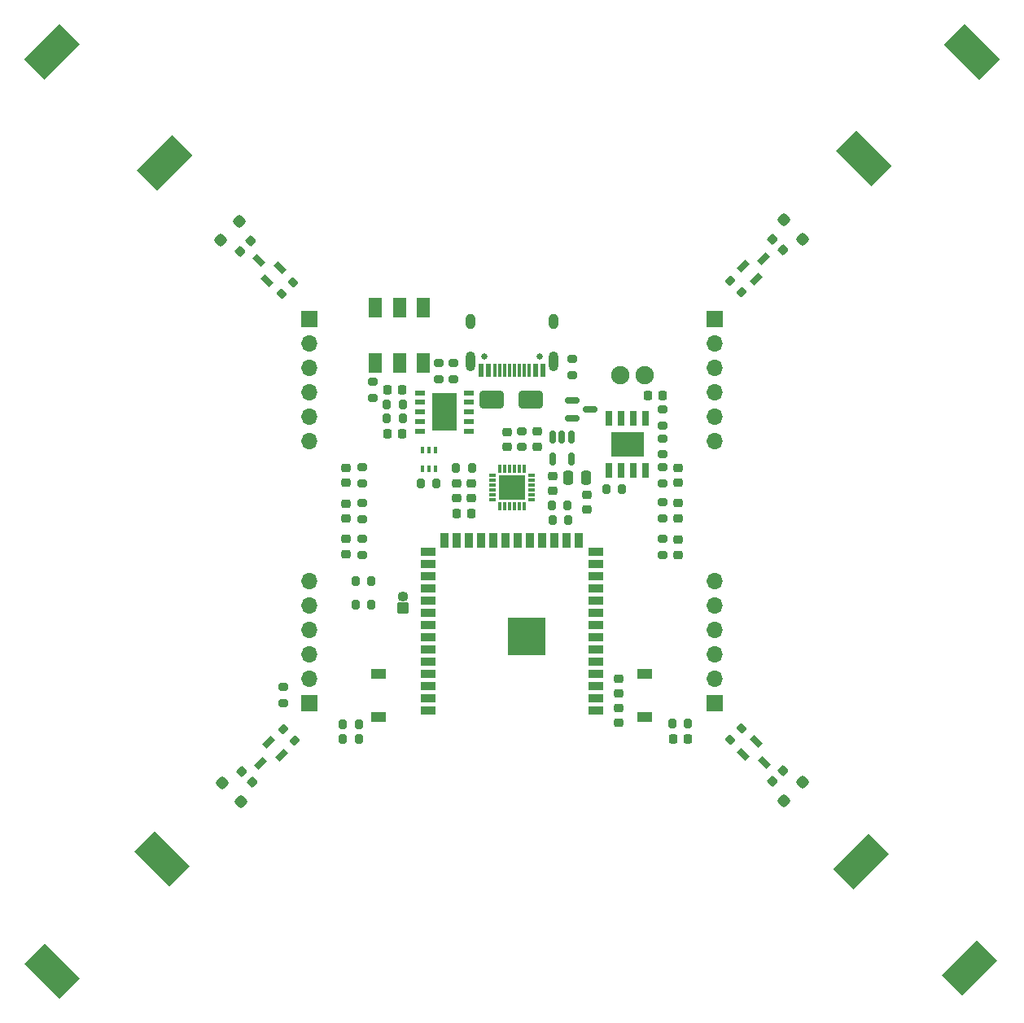
<source format=gts>
G04 #@! TF.GenerationSoftware,KiCad,Pcbnew,9.0.0*
G04 #@! TF.CreationDate,2025-03-11T12:59:44+05:30*
G04 #@! TF.ProjectId,LiteWingV2.5C,4c697465-5769-46e6-9756-322e35432e6b,rev?*
G04 #@! TF.SameCoordinates,Original*
G04 #@! TF.FileFunction,Soldermask,Top*
G04 #@! TF.FilePolarity,Negative*
%FSLAX46Y46*%
G04 Gerber Fmt 4.6, Leading zero omitted, Abs format (unit mm)*
G04 Created by KiCad (PCBNEW 9.0.0) date 2025-03-11 12:59:44*
%MOMM*%
%LPD*%
G01*
G04 APERTURE LIST*
G04 Aperture macros list*
%AMRoundRect*
0 Rectangle with rounded corners*
0 $1 Rounding radius*
0 $2 $3 $4 $5 $6 $7 $8 $9 X,Y pos of 4 corners*
0 Add a 4 corners polygon primitive as box body*
4,1,4,$2,$3,$4,$5,$6,$7,$8,$9,$2,$3,0*
0 Add four circle primitives for the rounded corners*
1,1,$1+$1,$2,$3*
1,1,$1+$1,$4,$5*
1,1,$1+$1,$6,$7*
1,1,$1+$1,$8,$9*
0 Add four rect primitives between the rounded corners*
20,1,$1+$1,$2,$3,$4,$5,0*
20,1,$1+$1,$4,$5,$6,$7,0*
20,1,$1+$1,$6,$7,$8,$9,0*
20,1,$1+$1,$8,$9,$2,$3,0*%
%AMRotRect*
0 Rectangle, with rotation*
0 The origin of the aperture is its center*
0 $1 length*
0 $2 width*
0 $3 Rotation angle, in degrees counterclockwise*
0 Add horizontal line*
21,1,$1,$2,0,0,$3*%
G04 Aperture macros list end*
%ADD10C,0.000000*%
%ADD11RoundRect,0.050800X0.500000X-0.500000X0.500000X0.500000X-0.500000X0.500000X-0.500000X-0.500000X0*%
%ADD12O,1.101600X1.101600*%
%ADD13RoundRect,0.218750X0.256250X-0.218750X0.256250X0.218750X-0.256250X0.218750X-0.256250X-0.218750X0*%
%ADD14RoundRect,0.200000X-0.200000X-0.275000X0.200000X-0.275000X0.200000X0.275000X-0.200000X0.275000X0*%
%ADD15RoundRect,0.225000X0.225000X0.250000X-0.225000X0.250000X-0.225000X-0.250000X0.225000X-0.250000X0*%
%ADD16RoundRect,0.200000X-0.275000X0.200000X-0.275000X-0.200000X0.275000X-0.200000X0.275000X0.200000X0*%
%ADD17R,1.600000X1.050000*%
%ADD18RoundRect,0.200000X0.275000X-0.200000X0.275000X0.200000X-0.275000X0.200000X-0.275000X-0.200000X0*%
%ADD19RoundRect,0.225000X-0.250000X0.225000X-0.250000X-0.225000X0.250000X-0.225000X0.250000X0.225000X0*%
%ADD20RoundRect,0.200000X0.200000X0.275000X-0.200000X0.275000X-0.200000X-0.275000X0.200000X-0.275000X0*%
%ADD21RotRect,0.600000X1.300000X135.000000*%
%ADD22RoundRect,0.218750X-0.256250X0.218750X-0.256250X-0.218750X0.256250X-0.218750X0.256250X0.218750X0*%
%ADD23RoundRect,0.200000X-0.335876X-0.053033X-0.053033X-0.335876X0.335876X0.053033X0.053033X0.335876X0*%
%ADD24RotRect,0.600000X1.300000X225.000000*%
%ADD25RoundRect,0.225000X-0.225000X-0.250000X0.225000X-0.250000X0.225000X0.250000X-0.225000X0.250000X0*%
%ADD26R,1.700000X1.700000*%
%ADD27O,1.700000X1.700000*%
%ADD28R,1.100000X0.510000*%
%ADD29R,2.500000X4.000000*%
%ADD30RoundRect,0.250000X1.000000X0.650000X-1.000000X0.650000X-1.000000X-0.650000X1.000000X-0.650000X0*%
%ADD31RoundRect,0.200000X0.053033X-0.335876X0.335876X-0.053033X-0.053033X0.335876X-0.335876X0.053033X0*%
%ADD32RoundRect,0.250000X0.000000X0.424264X-0.424264X0.000000X0.000000X-0.424264X0.424264X0.000000X0*%
%ADD33RoundRect,0.250000X0.424264X0.000000X0.000000X0.424264X-0.424264X0.000000X0.000000X-0.424264X0*%
%ADD34RoundRect,0.250000X-0.250000X-0.475000X0.250000X-0.475000X0.250000X0.475000X-0.250000X0.475000X0*%
%ADD35RoundRect,0.225000X0.250000X-0.225000X0.250000X0.225000X-0.250000X0.225000X-0.250000X-0.225000X0*%
%ADD36RoundRect,0.050800X-0.599950X-1.000000X0.599950X-1.000000X0.599950X1.000000X-0.599950X1.000000X0*%
%ADD37RotRect,0.600000X1.300000X315.000000*%
%ADD38RotRect,0.600000X1.300000X45.000000*%
%ADD39C,0.650000*%
%ADD40R,0.600000X1.450000*%
%ADD41R,0.300000X1.450000*%
%ADD42O,1.000000X2.100000*%
%ADD43O,1.000000X1.600000*%
%ADD44O,1.901600X1.901600*%
%ADD45R,1.500000X0.900000*%
%ADD46R,0.900000X1.500000*%
%ADD47C,0.600000*%
%ADD48R,3.900000X3.900000*%
%ADD49RoundRect,0.250000X-0.424264X0.000000X0.000000X-0.424264X0.424264X0.000000X0.000000X0.424264X0*%
%ADD50RoundRect,0.100000X0.100000X-0.225000X0.100000X0.225000X-0.100000X0.225000X-0.100000X-0.225000X0*%
%ADD51RoundRect,0.225000X-0.017678X0.335876X-0.335876X0.017678X0.017678X-0.335876X0.335876X-0.017678X0*%
%ADD52RoundRect,0.225000X-0.335876X-0.017678X-0.017678X-0.335876X0.335876X0.017678X0.017678X0.335876X0*%
%ADD53RoundRect,0.225000X0.335876X0.017678X0.017678X0.335876X-0.335876X-0.017678X-0.017678X-0.335876X0*%
%ADD54RoundRect,0.200000X0.335876X0.053033X0.053033X0.335876X-0.335876X-0.053033X-0.053033X-0.335876X0*%
%ADD55RoundRect,0.150000X-0.150000X0.512500X-0.150000X-0.512500X0.150000X-0.512500X0.150000X0.512500X0*%
%ADD56R,0.700000X1.525000*%
%ADD57R,3.402000X2.513000*%
%ADD58RoundRect,0.225000X0.017678X-0.335876X0.335876X-0.017678X-0.017678X0.335876X-0.335876X0.017678X0*%
%ADD59RoundRect,0.250000X0.000000X-0.424264X0.424264X0.000000X0.000000X0.424264X-0.424264X0.000000X0*%
%ADD60RoundRect,0.150000X-0.587500X-0.150000X0.587500X-0.150000X0.587500X0.150000X-0.587500X0.150000X0*%
%ADD61R,0.800000X0.350000*%
%ADD62R,0.350000X0.850000*%
%ADD63R,2.700000X2.600000*%
%ADD64RoundRect,0.200000X-0.053033X0.335876X-0.335876X0.053033X0.053033X-0.335876X0.335876X-0.053033X0*%
G04 APERTURE END LIST*
D10*
G36*
X198092424Y-47126930D02*
G01*
X195975334Y-49252910D01*
X192311384Y-45587690D01*
X194433554Y-43465520D01*
X198092424Y-47126930D01*
G37*
G36*
X114150375Y-57159872D02*
G01*
X110485155Y-60823822D01*
X108362985Y-58701652D01*
X112024395Y-55042782D01*
X114150375Y-57159872D01*
G37*
G36*
X186559827Y-129818544D02*
G01*
X182898417Y-133477414D01*
X180772437Y-131360324D01*
X184437657Y-127696374D01*
X186559827Y-129818544D01*
G37*
G36*
X113883361Y-131085859D02*
G01*
X111761191Y-133208029D01*
X108102321Y-129546619D01*
X110219411Y-127420639D01*
X113883361Y-131085859D01*
G37*
G36*
X102460604Y-142740848D02*
G01*
X100338434Y-144863018D01*
X96679564Y-141201608D01*
X98796654Y-139075628D01*
X102460604Y-142740848D01*
G37*
G36*
X197881356Y-140898650D02*
G01*
X194219946Y-144557520D01*
X192093966Y-142440430D01*
X195759186Y-138776480D01*
X197881356Y-140898650D01*
G37*
G36*
X186826529Y-58208385D02*
G01*
X184709439Y-60334365D01*
X181045489Y-56669145D01*
X183167659Y-54546975D01*
X186826529Y-58208385D01*
G37*
G36*
X102446634Y-45580768D02*
G01*
X98781414Y-49244718D01*
X96659244Y-47122548D01*
X100320654Y-43463678D01*
X102446634Y-45580768D01*
G37*
D11*
G04 #@! TO.C,J14*
X136061500Y-104255050D03*
D12*
X136061500Y-103004850D03*
G04 #@! TD*
D13*
G04 #@! TO.C,LED4*
X130135500Y-91198500D03*
X130135500Y-89623500D03*
G04 #@! TD*
D14*
G04 #@! TO.C,R30*
X129778500Y-116308000D03*
X131428500Y-116308000D03*
G04 #@! TD*
D15*
G04 #@! TO.C,C9*
X143129500Y-94363000D03*
X141579500Y-94363000D03*
G04 #@! TD*
D16*
G04 #@! TO.C,R13*
X131764500Y-97046000D03*
X131764500Y-98696000D03*
G04 #@! TD*
D14*
G04 #@! TO.C,R19*
X137877000Y-91224500D03*
X139527000Y-91224500D03*
G04 #@! TD*
D17*
G04 #@! TO.C,SW2*
X133531500Y-115555000D03*
X133531500Y-111105000D03*
G04 #@! TD*
D18*
G04 #@! TO.C,R28*
X123552500Y-114092000D03*
X123552500Y-112442000D03*
G04 #@! TD*
D19*
G04 #@! TO.C,C10*
X143102500Y-91274000D03*
X143102500Y-92824000D03*
G04 #@! TD*
D14*
G04 #@! TO.C,R10*
X134378500Y-83013000D03*
X136028500Y-83013000D03*
G04 #@! TD*
D18*
G04 #@! TO.C,R6*
X163001500Y-94903547D03*
X163001500Y-93253547D03*
G04 #@! TD*
D20*
G04 #@! TO.C,R17*
X143187500Y-89696000D03*
X141537500Y-89696000D03*
G04 #@! TD*
D13*
G04 #@! TO.C,LED6*
X130135500Y-98638500D03*
X130135500Y-97063500D03*
G04 #@! TD*
D19*
G04 #@! TO.C,C12*
X158454500Y-114638000D03*
X158454500Y-116188000D03*
G04 #@! TD*
D21*
G04 #@! TO.C,T1*
X171398379Y-68670618D03*
X172741882Y-70014121D03*
X173555055Y-67857445D03*
G04 #@! TD*
D22*
G04 #@! TO.C,LED1*
X164619500Y-97103500D03*
X164619500Y-98678500D03*
G04 #@! TD*
D23*
G04 #@! TO.C,R24*
X123584531Y-116875029D03*
X124751257Y-118041755D03*
G04 #@! TD*
D24*
G04 #@! TO.C,T4*
X121885211Y-70192214D03*
X123228714Y-68848711D03*
X121072038Y-68035538D03*
G04 #@! TD*
D25*
G04 #@! TO.C,C6*
X134428500Y-86090000D03*
X135978500Y-86090000D03*
G04 #@! TD*
D18*
G04 #@! TO.C,R2*
X141257500Y-80400000D03*
X141257500Y-78750000D03*
G04 #@! TD*
D26*
G04 #@! TO.C,J5*
X126276500Y-114084000D03*
D27*
X126276500Y-111544000D03*
X126276500Y-109004000D03*
X126276500Y-106464000D03*
X126276500Y-103924000D03*
X126276500Y-101384000D03*
G04 #@! TD*
D13*
G04 #@! TO.C,LED5*
X130135500Y-94918500D03*
X130135500Y-93343500D03*
G04 #@! TD*
D20*
G04 #@! TO.C,R5*
X158832500Y-91827000D03*
X157182500Y-91827000D03*
G04 #@! TD*
D14*
G04 #@! TO.C,R29*
X129778500Y-117889000D03*
X131428500Y-117889000D03*
G04 #@! TD*
D26*
G04 #@! TO.C,J3*
X168477500Y-114084000D03*
D27*
X168477500Y-111544000D03*
X168477500Y-109004000D03*
X168477500Y-106464000D03*
X168477500Y-103924000D03*
X168477500Y-101384000D03*
G04 #@! TD*
D28*
G04 #@! TO.C,U5*
X142910000Y-85837500D03*
X142910000Y-84837500D03*
X142910000Y-83837500D03*
X142910000Y-82837500D03*
X142910000Y-81837500D03*
X137810000Y-81837500D03*
X137810000Y-82837500D03*
X137810000Y-83837500D03*
X137810000Y-84837500D03*
X137810000Y-85837500D03*
D29*
X140360000Y-83837500D03*
G04 #@! TD*
D16*
G04 #@! TO.C,R11*
X131763500Y-89606000D03*
X131763500Y-91256000D03*
G04 #@! TD*
D30*
G04 #@! TO.C,D1*
X149293001Y-82576000D03*
X145292999Y-82576000D03*
G04 #@! TD*
D15*
G04 #@! TO.C,C7*
X135978500Y-81489000D03*
X134428500Y-81489000D03*
G04 #@! TD*
D31*
G04 #@! TO.C,R23*
X170109228Y-117948454D03*
X171275954Y-116781728D03*
G04 #@! TD*
D32*
G04 #@! TO.C,D3*
X177619668Y-122344090D03*
X175639770Y-124323988D03*
G04 #@! TD*
D26*
G04 #@! TO.C,J4*
X168477500Y-74204000D03*
D27*
X168477500Y-76744000D03*
X168477500Y-79284000D03*
X168477500Y-81824000D03*
X168477500Y-84364000D03*
X168477500Y-86904000D03*
G04 #@! TD*
D26*
G04 #@! TO.C,J6*
X126276500Y-74204000D03*
D27*
X126276500Y-76744000D03*
X126276500Y-79284000D03*
X126276500Y-81824000D03*
X126276500Y-84364000D03*
X126276500Y-86904000D03*
G04 #@! TD*
D33*
G04 #@! TO.C,D4*
X119188895Y-124385469D03*
X117208997Y-122405571D03*
G04 #@! TD*
D34*
G04 #@! TO.C,C3*
X153194501Y-90686000D03*
X155094499Y-90686000D03*
G04 #@! TD*
D16*
G04 #@! TO.C,R27*
X163000500Y-86589000D03*
X163000500Y-88239000D03*
G04 #@! TD*
D35*
G04 #@! TO.C,C1*
X149987500Y-87422000D03*
X149987500Y-85872000D03*
G04 #@! TD*
D36*
G04 #@! TO.C,SW1*
X138178500Y-78704000D03*
X135678600Y-78704000D03*
X133178700Y-78704000D03*
X138178500Y-73004000D03*
X135678600Y-73004200D03*
X133178700Y-73004000D03*
G04 #@! TD*
D16*
G04 #@! TO.C,R26*
X163011500Y-83563000D03*
X163011500Y-85213000D03*
G04 #@! TD*
D13*
G04 #@! TO.C,LED2*
X164619500Y-94886048D03*
X164619500Y-93311046D03*
G04 #@! TD*
D37*
G04 #@! TO.C,T3*
X123409199Y-119560590D03*
X122065696Y-118217087D03*
X121252523Y-120373763D03*
G04 #@! TD*
D38*
G04 #@! TO.C,T2*
X172794789Y-118123786D03*
X171451286Y-119467289D03*
X173607962Y-120280462D03*
G04 #@! TD*
D25*
G04 #@! TO.C,C5*
X161498500Y-82107000D03*
X163048500Y-82107000D03*
G04 #@! TD*
D39*
G04 #@! TO.C,J1*
X150267500Y-78059000D03*
X144487500Y-78059000D03*
D40*
X150627500Y-79504000D03*
X149827501Y-79504000D03*
D41*
X148627500Y-79503999D03*
X147627500Y-79504000D03*
X147127500Y-79504000D03*
X146127500Y-79503999D03*
D40*
X144927499Y-79504000D03*
X144127500Y-79504000D03*
X144127500Y-79504000D03*
X144927499Y-79504000D03*
D41*
X145627500Y-79504000D03*
X146627500Y-79504000D03*
X148127500Y-79504000D03*
X149127500Y-79504000D03*
D40*
X149827501Y-79504000D03*
X150627500Y-79504000D03*
D42*
X151697500Y-78589000D03*
D43*
X151697500Y-74409000D03*
D42*
X143057500Y-78589000D03*
D43*
X143057500Y-74409000D03*
G04 #@! TD*
D15*
G04 #@! TO.C,C14*
X165653500Y-117863000D03*
X164103500Y-117863000D03*
G04 #@! TD*
D44*
G04 #@! TO.C,J2*
X161158501Y-80045600D03*
X158656499Y-80045600D03*
G04 #@! TD*
D45*
G04 #@! TO.C,U8*
X156127500Y-114914000D03*
X156127500Y-113644000D03*
X156127500Y-112374000D03*
X156127500Y-111104000D03*
X156127500Y-109834000D03*
X156127500Y-108564000D03*
X156127500Y-107294000D03*
X156127500Y-106024000D03*
X156127500Y-104754000D03*
X156127500Y-103484000D03*
X156127500Y-102214000D03*
X156127500Y-100944000D03*
X156127500Y-99674000D03*
X156127500Y-98404000D03*
D46*
X154362500Y-97154000D03*
X153092500Y-97154000D03*
X151822500Y-97154000D03*
X150552500Y-97154000D03*
X149282500Y-97154000D03*
X148012500Y-97154000D03*
X146742500Y-97154000D03*
X145472500Y-97154000D03*
X144202500Y-97154000D03*
X142932500Y-97154000D03*
X141662500Y-97154000D03*
X140392500Y-97154000D03*
D45*
X138627500Y-98404000D03*
X138627500Y-99674000D03*
X138627500Y-100944000D03*
X138627500Y-102214000D03*
X138627500Y-103484000D03*
X138627500Y-104754000D03*
X138627500Y-106024000D03*
X138627500Y-107294000D03*
X138627500Y-108564000D03*
X138627500Y-109834000D03*
X138627500Y-111104000D03*
X138627500Y-112374000D03*
X138627500Y-113644000D03*
X138627500Y-114914000D03*
D47*
X150277500Y-107894000D03*
X150277500Y-106494000D03*
X149577500Y-108594000D03*
X149577500Y-107194000D03*
X149577500Y-105794000D03*
X148877500Y-107894000D03*
D48*
X148877500Y-107194000D03*
D47*
X148877500Y-106494000D03*
X148177500Y-108594000D03*
X148177500Y-107194000D03*
X148177500Y-105794000D03*
X147477500Y-107894000D03*
X147477500Y-106494000D03*
G04 #@! TD*
D49*
G04 #@! TO.C,D2*
X175618683Y-63845739D03*
X177598581Y-65825637D03*
G04 #@! TD*
D18*
G04 #@! TO.C,R4*
X163001500Y-98696000D03*
X163001500Y-97046000D03*
G04 #@! TD*
D50*
G04 #@! TO.C,U6*
X138095000Y-89708500D03*
X138745000Y-89708499D03*
X139395000Y-89708500D03*
X139395000Y-87808500D03*
X138745000Y-87808501D03*
X138095000Y-87808500D03*
G04 #@! TD*
D18*
G04 #@! TO.C,R1*
X139726500Y-80404000D03*
X139726500Y-78754000D03*
G04 #@! TD*
D51*
G04 #@! TO.C,C16*
X175586415Y-121162899D03*
X174490399Y-122258915D03*
G04 #@! TD*
D22*
G04 #@! TO.C,LED3*
X164619500Y-89623499D03*
X164619500Y-91198501D03*
G04 #@! TD*
D52*
G04 #@! TO.C,C15*
X174437492Y-65878992D03*
X175533508Y-66975008D03*
G04 #@! TD*
D18*
G04 #@! TO.C,R7*
X163001500Y-91256000D03*
X163001500Y-89606000D03*
G04 #@! TD*
D53*
G04 #@! TO.C,C17*
X120370086Y-122352216D03*
X119274070Y-121256200D03*
G04 #@! TD*
D18*
G04 #@! TO.C,R3*
X153624500Y-79987000D03*
X153624500Y-78337000D03*
G04 #@! TD*
D54*
G04 #@! TO.C,R22*
X171223047Y-71356179D03*
X170056321Y-70189453D03*
G04 #@! TD*
D55*
G04 #@! TO.C,U2*
X153522999Y-86450500D03*
X152573000Y-86450500D03*
X151623001Y-86450500D03*
X151623001Y-88725500D03*
X153522999Y-88725500D03*
G04 #@! TD*
D14*
G04 #@! TO.C,R20*
X131109500Y-101408000D03*
X132759500Y-101408000D03*
G04 #@! TD*
G04 #@! TO.C,R16*
X151600500Y-95101000D03*
X153250500Y-95101000D03*
G04 #@! TD*
D56*
G04 #@! TO.C,IC1*
X157464500Y-89899000D03*
X158734500Y-89899000D03*
X160004500Y-89899000D03*
X161274500Y-89899000D03*
X161274500Y-84475000D03*
X160004500Y-84475000D03*
X158734500Y-84475000D03*
X157464500Y-84475000D03*
D57*
X159369500Y-87187000D03*
G04 #@! TD*
D35*
G04 #@! TO.C,C8*
X146840500Y-87455000D03*
X146840500Y-85905000D03*
G04 #@! TD*
D58*
G04 #@! TO.C,C18*
X119093585Y-67153101D03*
X120189601Y-66057085D03*
G04 #@! TD*
D16*
G04 #@! TO.C,R12*
X131764500Y-93326000D03*
X131764500Y-94976000D03*
G04 #@! TD*
D59*
G04 #@! TO.C,D5*
X117060332Y-65971910D03*
X119040230Y-63992012D03*
G04 #@! TD*
D16*
G04 #@! TO.C,R15*
X148422500Y-85839000D03*
X148422500Y-87489000D03*
G04 #@! TD*
D14*
G04 #@! TO.C,R14*
X151524500Y-93535000D03*
X153174500Y-93535000D03*
G04 #@! TD*
D60*
G04 #@! TO.C,U1*
X153618499Y-82620000D03*
X153618499Y-84520000D03*
X155493500Y-83570000D03*
G04 #@! TD*
D19*
G04 #@! TO.C,C11*
X141579500Y-91274000D03*
X141579500Y-92824000D03*
G04 #@! TD*
D35*
G04 #@! TO.C,C4*
X155155500Y-93976000D03*
X155155500Y-92426000D03*
G04 #@! TD*
D18*
G04 #@! TO.C,R8*
X132901500Y-82344000D03*
X132901500Y-80694000D03*
G04 #@! TD*
D17*
G04 #@! TO.C,SW3*
X161171500Y-115555000D03*
X161171500Y-111105000D03*
G04 #@! TD*
D35*
G04 #@! TO.C,C13*
X158461500Y-113149000D03*
X158461500Y-111599000D03*
G04 #@! TD*
D19*
G04 #@! TO.C,C2*
X151599500Y-90461000D03*
X151599500Y-92011000D03*
G04 #@! TD*
D14*
G04 #@! TO.C,R9*
X134378500Y-84530000D03*
X136028500Y-84530000D03*
G04 #@! TD*
D61*
G04 #@! TO.C,U7*
X149377500Y-92924000D03*
X149377500Y-92424000D03*
X149377500Y-91924000D03*
X149377500Y-91424000D03*
X149377500Y-90924000D03*
X149377500Y-90424000D03*
D62*
X148627500Y-89699000D03*
X148127500Y-89699000D03*
X147627500Y-89699000D03*
X147127500Y-89699000D03*
X146627500Y-89699000D03*
X146127500Y-89699000D03*
D61*
X145377500Y-90424000D03*
X145377500Y-90924000D03*
X145377500Y-91424000D03*
X145377500Y-91924000D03*
X145377500Y-92424000D03*
X145377500Y-92924000D03*
D62*
X146127500Y-93649000D03*
X146627500Y-93649000D03*
X147127500Y-93649000D03*
X147627500Y-93649000D03*
X148127500Y-93649000D03*
X148627500Y-93649000D03*
D63*
X147377500Y-91674000D03*
G04 #@! TD*
D64*
G04 #@! TO.C,R25*
X124570772Y-70367546D03*
X123404046Y-71534272D03*
G04 #@! TD*
D20*
G04 #@! TO.C,R18*
X165703500Y-116273000D03*
X164053500Y-116273000D03*
G04 #@! TD*
D14*
G04 #@! TO.C,R21*
X131109500Y-103918000D03*
X132759500Y-103918000D03*
G04 #@! TD*
M02*

</source>
